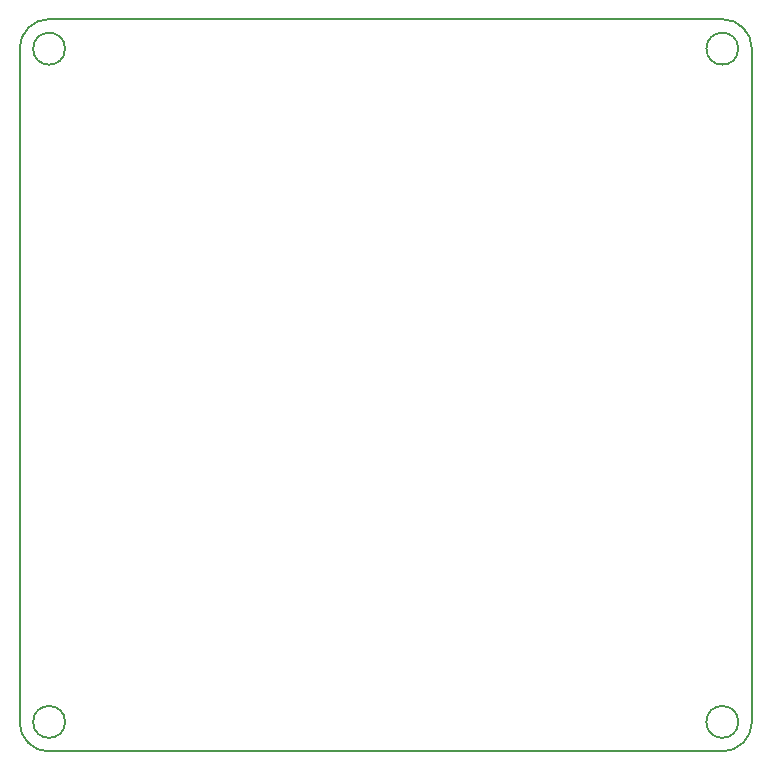
<source format=gbr>
%TF.GenerationSoftware,KiCad,Pcbnew,8.0.5*%
%TF.CreationDate,2024-12-03T18:06:50+01:00*%
%TF.ProjectId,Controller 1.4,436f6e74-726f-46c6-9c65-7220312e342e,rev?*%
%TF.SameCoordinates,Original*%
%TF.FileFunction,Profile,NP*%
%FSLAX46Y46*%
G04 Gerber Fmt 4.6, Leading zero omitted, Abs format (unit mm)*
G04 Created by KiCad (PCBNEW 8.0.5) date 2024-12-03 18:06:50*
%MOMM*%
%LPD*%
G01*
G04 APERTURE LIST*
%TA.AperFunction,Profile*%
%ADD10C,0.200000*%
%TD*%
%TA.AperFunction,Profile*%
%ADD11C,0.010050*%
%TD*%
G04 APERTURE END LIST*
D10*
X166901999Y-98806001D02*
G75*
G02*
X164401999Y-101305999I-2499999J1D01*
G01*
X108751999Y-41806000D02*
G75*
G02*
X106051999Y-41806000I-1350000J0D01*
G01*
X106051999Y-41806000D02*
G75*
G02*
X108751999Y-41806000I1350000J0D01*
G01*
X164401999Y-39306001D02*
G75*
G02*
X166901999Y-41806001I1J-2499999D01*
G01*
X107402000Y-39306001D02*
X164401999Y-39306001D01*
X104902000Y-98806000D02*
X104902000Y-41806001D01*
X107402001Y-101306001D02*
G75*
G02*
X104901999Y-98806000I-1J2500001D01*
G01*
X108752000Y-98806001D02*
G75*
G02*
X106051998Y-98806001I-1350001J0D01*
G01*
X106051998Y-98806001D02*
G75*
G02*
X108752000Y-98806001I1350001J0D01*
G01*
X165752001Y-98806001D02*
G75*
G02*
X163051999Y-98806001I-1350001J0D01*
G01*
X163051999Y-98806001D02*
G75*
G02*
X165752001Y-98806001I1350001J0D01*
G01*
X165752000Y-41806000D02*
G75*
G02*
X163052000Y-41806000I-1350000J0D01*
G01*
X163052000Y-41806000D02*
G75*
G02*
X165752000Y-41806000I1350000J0D01*
G01*
X164401999Y-101306001D02*
X107402001Y-101306001D01*
X104902000Y-41806001D02*
G75*
G02*
X107402000Y-39306000I2500000J1D01*
G01*
X166901999Y-41806001D02*
X166901999Y-98806001D01*
D11*
X129907025Y-76306000D02*
G75*
G02*
X129896975Y-76306000I-5025J0D01*
G01*
X129896975Y-76306000D02*
G75*
G02*
X129907025Y-76306000I5025J0D01*
G01*
M02*

</source>
